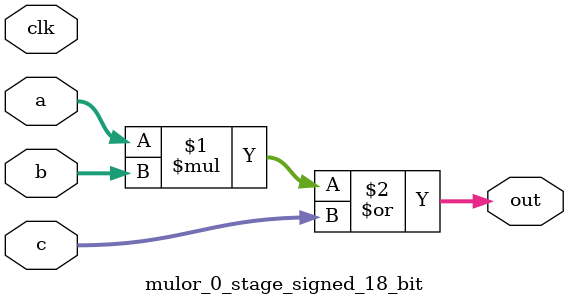
<source format=sv>
(* use_dsp = "yes" *) module mulor_0_stage_signed_18_bit(
	input signed [17:0] a,
	input signed [17:0] b,
	input signed [17:0] c,
	output [17:0] out,
	input clk);

	assign out = (a * b) | c;
endmodule

</source>
